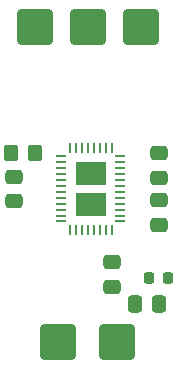
<source format=gbr>
%TF.GenerationSoftware,KiCad,Pcbnew,8.0.7*%
%TF.CreationDate,2025-02-16T23:20:21-06:00*%
%TF.ProjectId,MotorDriver,4d6f746f-7244-4726-9976-65722e6b6963,rev?*%
%TF.SameCoordinates,Original*%
%TF.FileFunction,Paste,Top*%
%TF.FilePolarity,Positive*%
%FSLAX46Y46*%
G04 Gerber Fmt 4.6, Leading zero omitted, Abs format (unit mm)*
G04 Created by KiCad (PCBNEW 8.0.7) date 2025-02-16 23:20:21*
%MOMM*%
%LPD*%
G01*
G04 APERTURE LIST*
G04 Aperture macros list*
%AMRoundRect*
0 Rectangle with rounded corners*
0 $1 Rounding radius*
0 $2 $3 $4 $5 $6 $7 $8 $9 X,Y pos of 4 corners*
0 Add a 4 corners polygon primitive as box body*
4,1,4,$2,$3,$4,$5,$6,$7,$8,$9,$2,$3,0*
0 Add four circle primitives for the rounded corners*
1,1,$1+$1,$2,$3*
1,1,$1+$1,$4,$5*
1,1,$1+$1,$6,$7*
1,1,$1+$1,$8,$9*
0 Add four rect primitives between the rounded corners*
20,1,$1+$1,$2,$3,$4,$5,0*
20,1,$1+$1,$4,$5,$6,$7,0*
20,1,$1+$1,$6,$7,$8,$9,0*
20,1,$1+$1,$8,$9,$2,$3,0*%
G04 Aperture macros list end*
%ADD10C,0.000000*%
%ADD11RoundRect,0.250000X-0.475000X0.337500X-0.475000X-0.337500X0.475000X-0.337500X0.475000X0.337500X0*%
%ADD12RoundRect,0.300000X1.200000X1.200000X-1.200000X1.200000X-1.200000X-1.200000X1.200000X-1.200000X0*%
%ADD13RoundRect,0.250000X-0.350000X-0.450000X0.350000X-0.450000X0.350000X0.450000X-0.350000X0.450000X0*%
%ADD14RoundRect,0.250000X0.475000X-0.337500X0.475000X0.337500X-0.475000X0.337500X-0.475000X-0.337500X0*%
%ADD15R,0.906066X0.242473*%
%ADD16R,0.242473X0.906066*%
%ADD17R,0.242472X0.906064*%
%ADD18RoundRect,0.250000X-0.337500X-0.475000X0.337500X-0.475000X0.337500X0.475000X-0.337500X0.475000X0*%
%ADD19RoundRect,0.218750X-0.218750X-0.256250X0.218750X-0.256250X0.218750X0.256250X-0.218750X0.256250X0*%
%ADD20RoundRect,0.300000X-1.200000X-1.200000X1.200000X-1.200000X1.200000X1.200000X-1.200000X1.200000X0*%
G04 APERTURE END LIST*
D10*
%TO.C,U1*%
G36*
X135528269Y-88189134D02*
G01*
X132971733Y-88189134D01*
X132971733Y-86221734D01*
X135528269Y-86221734D01*
X135528269Y-88189134D01*
G37*
G36*
X135528269Y-90778268D02*
G01*
X132971733Y-90778268D01*
X132971733Y-88810868D01*
X135528269Y-88810868D01*
X135528269Y-90778268D01*
G37*
%TD*%
D11*
%TO.C,C3*%
X136000000Y-94712500D03*
X136000000Y-96787500D03*
%TD*%
D12*
%TO.C,J3*%
X138500000Y-74750000D03*
X134000000Y-74750000D03*
X129500000Y-74750000D03*
%TD*%
D13*
%TO.C,R1*%
X127517707Y-85481338D03*
X129517707Y-85481338D03*
%TD*%
D14*
%TO.C,C5*%
X140000000Y-91537500D03*
X140000000Y-89462500D03*
%TD*%
D15*
%TO.C,U1*%
X136753034Y-91250000D03*
X136753034Y-90750001D03*
X136753034Y-90249999D03*
X136753034Y-89750000D03*
X136753034Y-89250001D03*
X136753034Y-88750000D03*
X136753034Y-88250000D03*
X136753034Y-87749999D03*
X136753034Y-87250000D03*
X136753034Y-86750001D03*
X136753034Y-86249999D03*
X136753034Y-85750000D03*
D16*
X136000000Y-84996967D03*
X135500001Y-84996967D03*
X135000002Y-84996967D03*
X134500001Y-84996967D03*
X134000001Y-84996967D03*
X133500000Y-84996967D03*
X133000001Y-84996967D03*
X132500002Y-84996967D03*
D15*
X131746968Y-85750000D03*
X131746968Y-86249999D03*
X131746968Y-86750001D03*
X131746968Y-87250000D03*
X131746968Y-87749999D03*
X131746968Y-88250000D03*
X131746968Y-88750000D03*
X131746968Y-89250001D03*
X131746968Y-89750000D03*
X131746968Y-90249999D03*
X131746968Y-90750001D03*
X131746968Y-91250000D03*
D16*
X132500002Y-92003033D03*
X133000001Y-92003033D03*
X133500000Y-92003033D03*
X134000001Y-92003033D03*
X134500001Y-92003033D03*
X135000002Y-92003033D03*
X135500001Y-92003033D03*
D17*
X136000000Y-92003032D03*
%TD*%
D11*
%TO.C,C6*%
X127750000Y-87462500D03*
X127750000Y-89537500D03*
%TD*%
D18*
%TO.C,C7*%
X137962500Y-98250000D03*
X140037500Y-98250000D03*
%TD*%
D19*
%TO.C,L1*%
X139212500Y-96000000D03*
X140787500Y-96000000D03*
%TD*%
D20*
%TO.C,J1*%
X131500000Y-101500000D03*
X136500000Y-101500000D03*
%TD*%
D11*
%TO.C,C4*%
X140000000Y-85462500D03*
X140000000Y-87537500D03*
%TD*%
M02*

</source>
